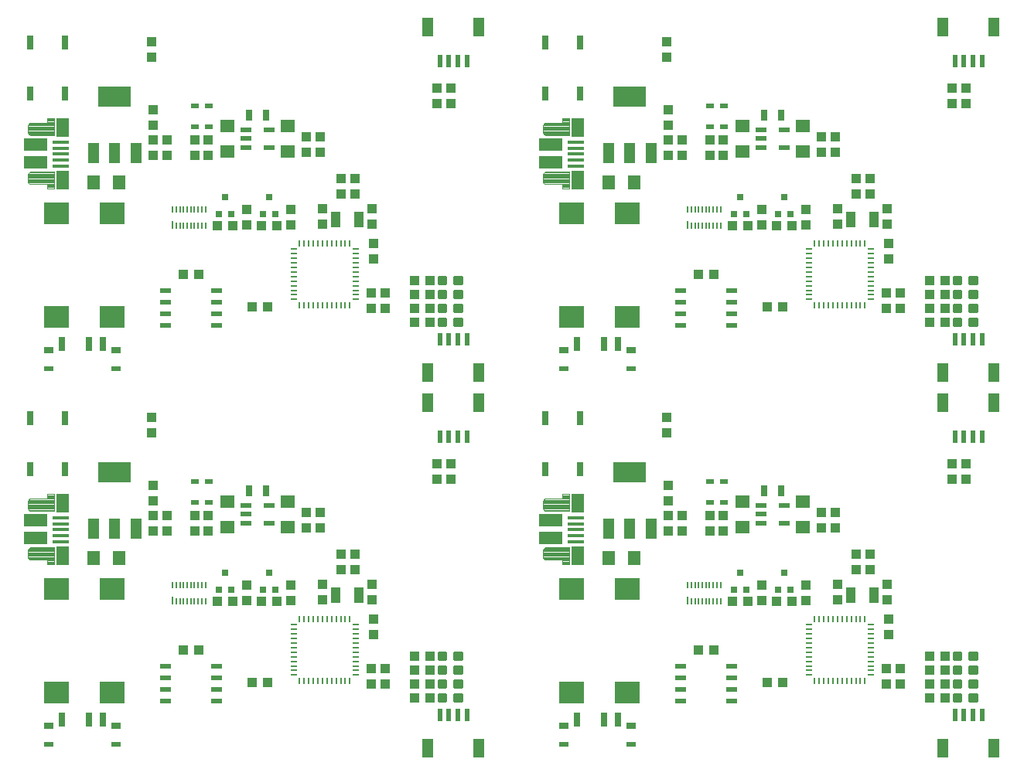
<source format=gtp>
G75*
%MOIN*%
%OFA0B0*%
%FSLAX25Y25*%
%IPPOS*%
%LPD*%
%AMOC8*
5,1,8,0,0,1.08239X$1,22.5*
%
%ADD10R,0.05512X0.06299*%
%ADD11R,0.03937X0.04331*%
%ADD12R,0.06299X0.05512*%
%ADD13C,0.01181*%
%ADD14R,0.05748X0.07874*%
%ADD15R,0.09843X0.05610*%
%ADD16C,0.00400*%
%ADD17C,0.00197*%
%ADD18R,0.04331X0.03937*%
%ADD19R,0.02756X0.05906*%
%ADD20R,0.03937X0.02362*%
%ADD21R,0.03937X0.03150*%
%ADD22R,0.04724X0.02362*%
%ADD23R,0.03937X0.07087*%
%ADD24R,0.00984X0.02756*%
%ADD25R,0.02756X0.00984*%
%ADD26R,0.04800X0.08800*%
%ADD27R,0.14173X0.08661*%
%ADD28R,0.03150X0.04724*%
%ADD29R,0.00787X0.03150*%
%ADD30R,0.00787X0.03543*%
%ADD31R,0.04724X0.07874*%
%ADD32R,0.02362X0.05315*%
%ADD33R,0.04724X0.02165*%
%ADD34R,0.11024X0.09449*%
%ADD35R,0.02756X0.02756*%
%ADD36R,0.03268X0.02480*%
%ADD37R,0.03000X0.06000*%
D10*
X0073738Y0142080D03*
X0084762Y0142080D03*
X0295738Y0142080D03*
X0306762Y0142080D03*
X0306762Y0304080D03*
X0295738Y0304080D03*
X0084762Y0304080D03*
X0073738Y0304080D03*
D11*
X0099250Y0315734D03*
X0105250Y0315734D03*
X0105250Y0322426D03*
X0099250Y0322426D03*
X0099250Y0328734D03*
X0099250Y0335426D03*
X0117250Y0322426D03*
X0123050Y0322426D03*
X0123050Y0315734D03*
X0117250Y0315734D03*
X0139750Y0292426D03*
X0139750Y0285734D03*
X0158750Y0285734D03*
X0158750Y0292426D03*
X0172250Y0292926D03*
X0180250Y0299234D03*
X0186250Y0299234D03*
X0186250Y0305926D03*
X0180250Y0305926D03*
X0171250Y0317234D03*
X0165250Y0317234D03*
X0165250Y0323926D03*
X0171250Y0323926D03*
X0193750Y0292926D03*
X0193750Y0286234D03*
X0194250Y0277926D03*
X0194250Y0271234D03*
X0193250Y0256426D03*
X0199250Y0256426D03*
X0199250Y0249734D03*
X0193250Y0249734D03*
X0172250Y0286234D03*
X0221750Y0338234D03*
X0227750Y0338234D03*
X0227750Y0344926D03*
X0221750Y0344926D03*
X0320750Y0358234D03*
X0320750Y0364926D03*
X0321250Y0335426D03*
X0321250Y0328734D03*
X0321250Y0322426D03*
X0327250Y0322426D03*
X0327250Y0315734D03*
X0321250Y0315734D03*
X0339250Y0315734D03*
X0345050Y0315734D03*
X0345050Y0322426D03*
X0339250Y0322426D03*
X0361750Y0292426D03*
X0361750Y0285734D03*
X0380750Y0285734D03*
X0380750Y0292426D03*
X0394250Y0292926D03*
X0402250Y0299234D03*
X0408250Y0299234D03*
X0408250Y0305926D03*
X0402250Y0305926D03*
X0393250Y0317234D03*
X0387250Y0317234D03*
X0387250Y0323926D03*
X0393250Y0323926D03*
X0415750Y0292926D03*
X0415750Y0286234D03*
X0416250Y0277926D03*
X0416250Y0271234D03*
X0415250Y0256426D03*
X0421250Y0256426D03*
X0421250Y0249734D03*
X0415250Y0249734D03*
X0394250Y0286234D03*
X0443750Y0338234D03*
X0449750Y0338234D03*
X0449750Y0344926D03*
X0443750Y0344926D03*
X0320750Y0202926D03*
X0320750Y0196234D03*
X0321250Y0173426D03*
X0321250Y0166734D03*
X0321250Y0160426D03*
X0327250Y0160426D03*
X0327250Y0153734D03*
X0321250Y0153734D03*
X0339250Y0153734D03*
X0345050Y0153734D03*
X0345050Y0160426D03*
X0339250Y0160426D03*
X0361750Y0130426D03*
X0361750Y0123734D03*
X0380750Y0123734D03*
X0380750Y0130426D03*
X0394250Y0130926D03*
X0402250Y0137234D03*
X0408250Y0137234D03*
X0408250Y0143926D03*
X0402250Y0143926D03*
X0393250Y0155234D03*
X0387250Y0155234D03*
X0387250Y0161926D03*
X0393250Y0161926D03*
X0415750Y0130926D03*
X0415750Y0124234D03*
X0416250Y0115926D03*
X0416250Y0109234D03*
X0415250Y0094426D03*
X0421250Y0094426D03*
X0421250Y0087734D03*
X0415250Y0087734D03*
X0394250Y0124234D03*
X0443750Y0176234D03*
X0449750Y0176234D03*
X0449750Y0182926D03*
X0443750Y0182926D03*
X0227750Y0182926D03*
X0221750Y0182926D03*
X0221750Y0176234D03*
X0227750Y0176234D03*
X0186250Y0143926D03*
X0180250Y0143926D03*
X0180250Y0137234D03*
X0186250Y0137234D03*
X0193750Y0130926D03*
X0193750Y0124234D03*
X0194250Y0115926D03*
X0194250Y0109234D03*
X0193250Y0094426D03*
X0199250Y0094426D03*
X0199250Y0087734D03*
X0193250Y0087734D03*
X0172250Y0124234D03*
X0172250Y0130926D03*
X0158750Y0130426D03*
X0158750Y0123734D03*
X0139750Y0123734D03*
X0139750Y0130426D03*
X0123050Y0153734D03*
X0117250Y0153734D03*
X0117250Y0160426D03*
X0123050Y0160426D03*
X0105250Y0160426D03*
X0099250Y0160426D03*
X0099250Y0166734D03*
X0099250Y0173426D03*
X0099250Y0153734D03*
X0105250Y0153734D03*
X0165250Y0155234D03*
X0171250Y0155234D03*
X0171250Y0161926D03*
X0165250Y0161926D03*
X0098750Y0196234D03*
X0098750Y0202926D03*
X0098750Y0358234D03*
X0098750Y0364926D03*
D12*
X0131250Y0328592D03*
X0131250Y0317568D03*
X0157250Y0317568D03*
X0157250Y0328592D03*
X0353250Y0328592D03*
X0353250Y0317568D03*
X0379250Y0317568D03*
X0379250Y0328592D03*
X0379250Y0166592D03*
X0379250Y0155568D03*
X0353250Y0155568D03*
X0353250Y0166592D03*
X0157250Y0166592D03*
X0157250Y0155568D03*
X0131250Y0155568D03*
X0131250Y0166592D03*
D13*
X0222519Y0101208D02*
X0222519Y0098452D01*
X0222519Y0101208D02*
X0225275Y0101208D01*
X0225275Y0098452D01*
X0222519Y0098452D01*
X0222519Y0099574D02*
X0225275Y0099574D01*
X0225275Y0100696D02*
X0222519Y0100696D01*
X0222519Y0095258D02*
X0222519Y0092502D01*
X0222519Y0095258D02*
X0225275Y0095258D01*
X0225275Y0092502D01*
X0222519Y0092502D01*
X0222519Y0093624D02*
X0225275Y0093624D01*
X0225275Y0094746D02*
X0222519Y0094746D01*
X0229425Y0095258D02*
X0229425Y0092502D01*
X0229425Y0095258D02*
X0232181Y0095258D01*
X0232181Y0092502D01*
X0229425Y0092502D01*
X0229425Y0093624D02*
X0232181Y0093624D01*
X0232181Y0094746D02*
X0229425Y0094746D01*
X0229425Y0098452D02*
X0229425Y0101208D01*
X0232181Y0101208D01*
X0232181Y0098452D01*
X0229425Y0098452D01*
X0229425Y0099574D02*
X0232181Y0099574D01*
X0232181Y0100696D02*
X0229425Y0100696D01*
X0232181Y0089208D02*
X0232181Y0086452D01*
X0229425Y0086452D01*
X0229425Y0089208D01*
X0232181Y0089208D01*
X0232181Y0087574D02*
X0229425Y0087574D01*
X0229425Y0088696D02*
X0232181Y0088696D01*
X0232181Y0083208D02*
X0232181Y0080452D01*
X0229425Y0080452D01*
X0229425Y0083208D01*
X0232181Y0083208D01*
X0232181Y0081574D02*
X0229425Y0081574D01*
X0229425Y0082696D02*
X0232181Y0082696D01*
X0225275Y0083208D02*
X0225275Y0080452D01*
X0222519Y0080452D01*
X0222519Y0083208D01*
X0225275Y0083208D01*
X0225275Y0081574D02*
X0222519Y0081574D01*
X0222519Y0082696D02*
X0225275Y0082696D01*
X0225275Y0086452D02*
X0225275Y0089208D01*
X0225275Y0086452D02*
X0222519Y0086452D01*
X0222519Y0089208D01*
X0225275Y0089208D01*
X0225275Y0087574D02*
X0222519Y0087574D01*
X0222519Y0088696D02*
X0225275Y0088696D01*
X0447275Y0089208D02*
X0447275Y0086452D01*
X0444519Y0086452D01*
X0444519Y0089208D01*
X0447275Y0089208D01*
X0447275Y0087574D02*
X0444519Y0087574D01*
X0444519Y0088696D02*
X0447275Y0088696D01*
X0454181Y0089208D02*
X0454181Y0086452D01*
X0451425Y0086452D01*
X0451425Y0089208D01*
X0454181Y0089208D01*
X0454181Y0087574D02*
X0451425Y0087574D01*
X0451425Y0088696D02*
X0454181Y0088696D01*
X0454181Y0083208D02*
X0454181Y0080452D01*
X0451425Y0080452D01*
X0451425Y0083208D01*
X0454181Y0083208D01*
X0454181Y0081574D02*
X0451425Y0081574D01*
X0451425Y0082696D02*
X0454181Y0082696D01*
X0447275Y0083208D02*
X0447275Y0080452D01*
X0444519Y0080452D01*
X0444519Y0083208D01*
X0447275Y0083208D01*
X0447275Y0081574D02*
X0444519Y0081574D01*
X0444519Y0082696D02*
X0447275Y0082696D01*
X0444519Y0092502D02*
X0444519Y0095258D01*
X0447275Y0095258D01*
X0447275Y0092502D01*
X0444519Y0092502D01*
X0444519Y0093624D02*
X0447275Y0093624D01*
X0447275Y0094746D02*
X0444519Y0094746D01*
X0444519Y0098452D02*
X0444519Y0101208D01*
X0447275Y0101208D01*
X0447275Y0098452D01*
X0444519Y0098452D01*
X0444519Y0099574D02*
X0447275Y0099574D01*
X0447275Y0100696D02*
X0444519Y0100696D01*
X0451425Y0101208D02*
X0451425Y0098452D01*
X0451425Y0101208D02*
X0454181Y0101208D01*
X0454181Y0098452D01*
X0451425Y0098452D01*
X0451425Y0099574D02*
X0454181Y0099574D01*
X0454181Y0100696D02*
X0451425Y0100696D01*
X0451425Y0095258D02*
X0451425Y0092502D01*
X0451425Y0095258D02*
X0454181Y0095258D01*
X0454181Y0092502D01*
X0451425Y0092502D01*
X0451425Y0093624D02*
X0454181Y0093624D01*
X0454181Y0094746D02*
X0451425Y0094746D01*
X0454181Y0242452D02*
X0454181Y0245208D01*
X0454181Y0242452D02*
X0451425Y0242452D01*
X0451425Y0245208D01*
X0454181Y0245208D01*
X0454181Y0243574D02*
X0451425Y0243574D01*
X0451425Y0244696D02*
X0454181Y0244696D01*
X0454181Y0248452D02*
X0454181Y0251208D01*
X0454181Y0248452D02*
X0451425Y0248452D01*
X0451425Y0251208D01*
X0454181Y0251208D01*
X0454181Y0249574D02*
X0451425Y0249574D01*
X0451425Y0250696D02*
X0454181Y0250696D01*
X0447275Y0251208D02*
X0447275Y0248452D01*
X0444519Y0248452D01*
X0444519Y0251208D01*
X0447275Y0251208D01*
X0447275Y0249574D02*
X0444519Y0249574D01*
X0444519Y0250696D02*
X0447275Y0250696D01*
X0447275Y0245208D02*
X0447275Y0242452D01*
X0444519Y0242452D01*
X0444519Y0245208D01*
X0447275Y0245208D01*
X0447275Y0243574D02*
X0444519Y0243574D01*
X0444519Y0244696D02*
X0447275Y0244696D01*
X0444519Y0254502D02*
X0444519Y0257258D01*
X0447275Y0257258D01*
X0447275Y0254502D01*
X0444519Y0254502D01*
X0444519Y0255624D02*
X0447275Y0255624D01*
X0447275Y0256746D02*
X0444519Y0256746D01*
X0444519Y0260452D02*
X0444519Y0263208D01*
X0447275Y0263208D01*
X0447275Y0260452D01*
X0444519Y0260452D01*
X0444519Y0261574D02*
X0447275Y0261574D01*
X0447275Y0262696D02*
X0444519Y0262696D01*
X0451425Y0263208D02*
X0451425Y0260452D01*
X0451425Y0263208D02*
X0454181Y0263208D01*
X0454181Y0260452D01*
X0451425Y0260452D01*
X0451425Y0261574D02*
X0454181Y0261574D01*
X0454181Y0262696D02*
X0451425Y0262696D01*
X0451425Y0257258D02*
X0451425Y0254502D01*
X0451425Y0257258D02*
X0454181Y0257258D01*
X0454181Y0254502D01*
X0451425Y0254502D01*
X0451425Y0255624D02*
X0454181Y0255624D01*
X0454181Y0256746D02*
X0451425Y0256746D01*
X0229425Y0257258D02*
X0229425Y0254502D01*
X0229425Y0257258D02*
X0232181Y0257258D01*
X0232181Y0254502D01*
X0229425Y0254502D01*
X0229425Y0255624D02*
X0232181Y0255624D01*
X0232181Y0256746D02*
X0229425Y0256746D01*
X0229425Y0260452D02*
X0229425Y0263208D01*
X0232181Y0263208D01*
X0232181Y0260452D01*
X0229425Y0260452D01*
X0229425Y0261574D02*
X0232181Y0261574D01*
X0232181Y0262696D02*
X0229425Y0262696D01*
X0222519Y0263208D02*
X0222519Y0260452D01*
X0222519Y0263208D02*
X0225275Y0263208D01*
X0225275Y0260452D01*
X0222519Y0260452D01*
X0222519Y0261574D02*
X0225275Y0261574D01*
X0225275Y0262696D02*
X0222519Y0262696D01*
X0222519Y0257258D02*
X0222519Y0254502D01*
X0222519Y0257258D02*
X0225275Y0257258D01*
X0225275Y0254502D01*
X0222519Y0254502D01*
X0222519Y0255624D02*
X0225275Y0255624D01*
X0225275Y0256746D02*
X0222519Y0256746D01*
X0225275Y0251208D02*
X0225275Y0248452D01*
X0222519Y0248452D01*
X0222519Y0251208D01*
X0225275Y0251208D01*
X0225275Y0249574D02*
X0222519Y0249574D01*
X0222519Y0250696D02*
X0225275Y0250696D01*
X0232181Y0251208D02*
X0232181Y0248452D01*
X0229425Y0248452D01*
X0229425Y0251208D01*
X0232181Y0251208D01*
X0232181Y0249574D02*
X0229425Y0249574D01*
X0229425Y0250696D02*
X0232181Y0250696D01*
X0232181Y0245208D02*
X0232181Y0242452D01*
X0229425Y0242452D01*
X0229425Y0245208D01*
X0232181Y0245208D01*
X0232181Y0243574D02*
X0229425Y0243574D01*
X0229425Y0244696D02*
X0232181Y0244696D01*
X0225275Y0245208D02*
X0225275Y0242452D01*
X0222519Y0242452D01*
X0222519Y0245208D01*
X0225275Y0245208D01*
X0225275Y0243574D02*
X0222519Y0243574D01*
X0222519Y0244696D02*
X0225275Y0244696D01*
D14*
X0282333Y0305163D03*
X0282333Y0327997D03*
X0060333Y0327997D03*
X0060333Y0305163D03*
X0060333Y0165997D03*
X0060333Y0143163D03*
X0282333Y0143163D03*
X0282333Y0165997D03*
D15*
X0270719Y0158369D03*
X0270719Y0150791D03*
X0048719Y0150791D03*
X0048719Y0158369D03*
X0048719Y0312791D03*
X0048719Y0320369D03*
X0270719Y0320369D03*
X0270719Y0312791D03*
D16*
X0268690Y0308774D02*
X0268401Y0308741D01*
X0268126Y0308645D01*
X0267880Y0308490D01*
X0267674Y0308284D01*
X0267519Y0308038D01*
X0267423Y0307763D01*
X0267390Y0307474D01*
X0267390Y0304574D01*
X0267420Y0304307D01*
X0267509Y0304053D01*
X0267652Y0303826D01*
X0267842Y0303635D01*
X0268070Y0303493D01*
X0268323Y0303404D01*
X0268590Y0303374D01*
X0275490Y0303374D01*
X0275528Y0303366D01*
X0275561Y0303344D01*
X0275583Y0303312D01*
X0275590Y0303274D01*
X0275590Y0301374D01*
X0278690Y0301374D01*
X0278690Y0308774D01*
X0268690Y0308774D01*
X0267821Y0308432D02*
X0278690Y0308432D01*
X0278690Y0308033D02*
X0267517Y0308033D01*
X0267408Y0307635D02*
X0278690Y0307635D01*
X0278690Y0307236D02*
X0267390Y0307236D01*
X0267390Y0306838D02*
X0278690Y0306838D01*
X0278690Y0306439D02*
X0267390Y0306439D01*
X0267390Y0306041D02*
X0278690Y0306041D01*
X0278690Y0305642D02*
X0267390Y0305642D01*
X0267390Y0305244D02*
X0278690Y0305244D01*
X0278690Y0304845D02*
X0267390Y0304845D01*
X0267404Y0304447D02*
X0278690Y0304447D01*
X0278690Y0304048D02*
X0267512Y0304048D01*
X0267828Y0303650D02*
X0278690Y0303650D01*
X0278690Y0303251D02*
X0275590Y0303251D01*
X0275590Y0302853D02*
X0278690Y0302853D01*
X0278690Y0302454D02*
X0275590Y0302454D01*
X0275590Y0302056D02*
X0278690Y0302056D01*
X0278690Y0301657D02*
X0275590Y0301657D01*
X0278690Y0324437D02*
X0268690Y0324437D01*
X0268401Y0324469D01*
X0268126Y0324566D01*
X0267880Y0324720D01*
X0267674Y0324926D01*
X0267519Y0325173D01*
X0267423Y0325448D01*
X0267390Y0325737D01*
X0267390Y0328637D01*
X0267420Y0328904D01*
X0267509Y0329157D01*
X0267652Y0329385D01*
X0267842Y0329575D01*
X0268070Y0329718D01*
X0268323Y0329807D01*
X0268590Y0329837D01*
X0275490Y0329837D01*
X0275528Y0329844D01*
X0275561Y0329866D01*
X0275583Y0329899D01*
X0275590Y0329937D01*
X0275590Y0331837D01*
X0278690Y0331837D01*
X0278690Y0324437D01*
X0278690Y0324771D02*
X0267829Y0324771D01*
X0267521Y0325169D02*
X0278690Y0325169D01*
X0278690Y0325568D02*
X0267409Y0325568D01*
X0267390Y0325966D02*
X0278690Y0325966D01*
X0278690Y0326365D02*
X0267390Y0326365D01*
X0267390Y0326763D02*
X0278690Y0326763D01*
X0278690Y0327162D02*
X0267390Y0327162D01*
X0267390Y0327560D02*
X0278690Y0327560D01*
X0278690Y0327959D02*
X0267390Y0327959D01*
X0267390Y0328357D02*
X0278690Y0328357D01*
X0278690Y0328756D02*
X0267404Y0328756D01*
X0267508Y0329154D02*
X0278690Y0329154D01*
X0278690Y0329553D02*
X0267820Y0329553D01*
X0275590Y0329951D02*
X0278690Y0329951D01*
X0278690Y0330350D02*
X0275590Y0330350D01*
X0275590Y0330748D02*
X0278690Y0330748D01*
X0278690Y0331147D02*
X0275590Y0331147D01*
X0275590Y0331545D02*
X0278690Y0331545D01*
X0056690Y0331545D02*
X0053590Y0331545D01*
X0053590Y0331837D02*
X0056690Y0331837D01*
X0056690Y0324437D01*
X0046690Y0324437D01*
X0046401Y0324469D01*
X0046126Y0324566D01*
X0045880Y0324720D01*
X0045674Y0324926D01*
X0045519Y0325173D01*
X0045423Y0325448D01*
X0045390Y0325737D01*
X0045390Y0328637D01*
X0045420Y0328904D01*
X0045509Y0329157D01*
X0045652Y0329385D01*
X0045842Y0329575D01*
X0046070Y0329718D01*
X0046323Y0329807D01*
X0046590Y0329837D01*
X0053490Y0329837D01*
X0053528Y0329844D01*
X0053561Y0329866D01*
X0053583Y0329899D01*
X0053590Y0329937D01*
X0053590Y0331837D01*
X0053590Y0331147D02*
X0056690Y0331147D01*
X0056690Y0330748D02*
X0053590Y0330748D01*
X0053590Y0330350D02*
X0056690Y0330350D01*
X0056690Y0329951D02*
X0053590Y0329951D01*
X0056690Y0329553D02*
X0045820Y0329553D01*
X0045508Y0329154D02*
X0056690Y0329154D01*
X0056690Y0328756D02*
X0045404Y0328756D01*
X0045390Y0328357D02*
X0056690Y0328357D01*
X0056690Y0327959D02*
X0045390Y0327959D01*
X0045390Y0327560D02*
X0056690Y0327560D01*
X0056690Y0327162D02*
X0045390Y0327162D01*
X0045390Y0326763D02*
X0056690Y0326763D01*
X0056690Y0326365D02*
X0045390Y0326365D01*
X0045390Y0325966D02*
X0056690Y0325966D01*
X0056690Y0325568D02*
X0045409Y0325568D01*
X0045521Y0325169D02*
X0056690Y0325169D01*
X0056690Y0324771D02*
X0045829Y0324771D01*
X0046690Y0308774D02*
X0046401Y0308741D01*
X0046126Y0308645D01*
X0045880Y0308490D01*
X0045674Y0308284D01*
X0045519Y0308038D01*
X0045423Y0307763D01*
X0045390Y0307474D01*
X0045390Y0304574D01*
X0045420Y0304307D01*
X0045509Y0304053D01*
X0045652Y0303826D01*
X0045842Y0303635D01*
X0046070Y0303493D01*
X0046323Y0303404D01*
X0046590Y0303374D01*
X0053490Y0303374D01*
X0053528Y0303366D01*
X0053561Y0303344D01*
X0053583Y0303312D01*
X0053590Y0303274D01*
X0053590Y0301374D01*
X0056690Y0301374D01*
X0056690Y0308774D01*
X0046690Y0308774D01*
X0045821Y0308432D02*
X0056690Y0308432D01*
X0056690Y0308033D02*
X0045517Y0308033D01*
X0045408Y0307635D02*
X0056690Y0307635D01*
X0056690Y0307236D02*
X0045390Y0307236D01*
X0045390Y0306838D02*
X0056690Y0306838D01*
X0056690Y0306439D02*
X0045390Y0306439D01*
X0045390Y0306041D02*
X0056690Y0306041D01*
X0056690Y0305642D02*
X0045390Y0305642D01*
X0045390Y0305244D02*
X0056690Y0305244D01*
X0056690Y0304845D02*
X0045390Y0304845D01*
X0045404Y0304447D02*
X0056690Y0304447D01*
X0056690Y0304048D02*
X0045512Y0304048D01*
X0045828Y0303650D02*
X0056690Y0303650D01*
X0056690Y0303251D02*
X0053590Y0303251D01*
X0053590Y0302853D02*
X0056690Y0302853D01*
X0056690Y0302454D02*
X0053590Y0302454D01*
X0053590Y0302056D02*
X0056690Y0302056D01*
X0056690Y0301657D02*
X0053590Y0301657D01*
X0053590Y0169837D02*
X0056690Y0169837D01*
X0056690Y0162437D01*
X0046690Y0162437D01*
X0046401Y0162469D01*
X0046126Y0162566D01*
X0045880Y0162720D01*
X0045674Y0162926D01*
X0045519Y0163173D01*
X0045423Y0163448D01*
X0045390Y0163737D01*
X0045390Y0166637D01*
X0045420Y0166904D01*
X0045509Y0167157D01*
X0045652Y0167385D01*
X0045842Y0167575D01*
X0046070Y0167718D01*
X0046323Y0167807D01*
X0046590Y0167837D01*
X0053490Y0167837D01*
X0053528Y0167844D01*
X0053561Y0167866D01*
X0053583Y0167899D01*
X0053590Y0167937D01*
X0053590Y0169837D01*
X0053590Y0169750D02*
X0056690Y0169750D01*
X0056690Y0169351D02*
X0053590Y0169351D01*
X0053590Y0168953D02*
X0056690Y0168953D01*
X0056690Y0168554D02*
X0053590Y0168554D01*
X0053590Y0168156D02*
X0056690Y0168156D01*
X0056690Y0167757D02*
X0046182Y0167757D01*
X0045635Y0167359D02*
X0056690Y0167359D01*
X0056690Y0166960D02*
X0045440Y0166960D01*
X0045390Y0166562D02*
X0056690Y0166562D01*
X0056690Y0166163D02*
X0045390Y0166163D01*
X0045390Y0165765D02*
X0056690Y0165765D01*
X0056690Y0165366D02*
X0045390Y0165366D01*
X0045390Y0164968D02*
X0056690Y0164968D01*
X0056690Y0164569D02*
X0045390Y0164569D01*
X0045390Y0164171D02*
X0056690Y0164171D01*
X0056690Y0163772D02*
X0045390Y0163772D01*
X0045449Y0163374D02*
X0056690Y0163374D01*
X0056690Y0162975D02*
X0045643Y0162975D01*
X0046109Y0162577D02*
X0056690Y0162577D01*
X0056690Y0146774D02*
X0046690Y0146774D01*
X0046401Y0146741D01*
X0046126Y0146645D01*
X0045880Y0146490D01*
X0045674Y0146284D01*
X0045519Y0146038D01*
X0045423Y0145763D01*
X0045390Y0145474D01*
X0045390Y0142574D01*
X0045420Y0142307D01*
X0045509Y0142053D01*
X0045652Y0141826D01*
X0045842Y0141635D01*
X0046070Y0141493D01*
X0046323Y0141404D01*
X0046590Y0141374D01*
X0053490Y0141374D01*
X0053528Y0141366D01*
X0053561Y0141344D01*
X0053583Y0141312D01*
X0053590Y0141274D01*
X0053590Y0139374D01*
X0056690Y0139374D01*
X0056690Y0146774D01*
X0056690Y0146636D02*
X0046112Y0146636D01*
X0045644Y0146238D02*
X0056690Y0146238D01*
X0056690Y0145839D02*
X0045449Y0145839D01*
X0045390Y0145441D02*
X0056690Y0145441D01*
X0056690Y0145042D02*
X0045390Y0145042D01*
X0045390Y0144644D02*
X0056690Y0144644D01*
X0056690Y0144245D02*
X0045390Y0144245D01*
X0045390Y0143847D02*
X0056690Y0143847D01*
X0056690Y0143448D02*
X0045390Y0143448D01*
X0045390Y0143050D02*
X0056690Y0143050D01*
X0056690Y0142651D02*
X0045390Y0142651D01*
X0045439Y0142252D02*
X0056690Y0142252D01*
X0056690Y0141854D02*
X0045634Y0141854D01*
X0046175Y0141455D02*
X0056690Y0141455D01*
X0056690Y0141057D02*
X0053590Y0141057D01*
X0053590Y0140658D02*
X0056690Y0140658D01*
X0056690Y0140260D02*
X0053590Y0140260D01*
X0053590Y0139861D02*
X0056690Y0139861D01*
X0056690Y0139463D02*
X0053590Y0139463D01*
X0267390Y0142574D02*
X0267420Y0142307D01*
X0267509Y0142053D01*
X0267652Y0141826D01*
X0267842Y0141635D01*
X0268070Y0141493D01*
X0268323Y0141404D01*
X0268590Y0141374D01*
X0275490Y0141374D01*
X0275528Y0141366D01*
X0275561Y0141344D01*
X0275583Y0141312D01*
X0275590Y0141274D01*
X0275590Y0139374D01*
X0278690Y0139374D01*
X0278690Y0146774D01*
X0268690Y0146774D01*
X0268401Y0146741D01*
X0268126Y0146645D01*
X0267880Y0146490D01*
X0267674Y0146284D01*
X0267519Y0146038D01*
X0267423Y0145763D01*
X0267390Y0145474D01*
X0267390Y0142574D01*
X0267390Y0142651D02*
X0278690Y0142651D01*
X0278690Y0143050D02*
X0267390Y0143050D01*
X0267390Y0143448D02*
X0278690Y0143448D01*
X0278690Y0143847D02*
X0267390Y0143847D01*
X0267390Y0144245D02*
X0278690Y0144245D01*
X0278690Y0144644D02*
X0267390Y0144644D01*
X0267390Y0145042D02*
X0278690Y0145042D01*
X0278690Y0145441D02*
X0267390Y0145441D01*
X0267449Y0145839D02*
X0278690Y0145839D01*
X0278690Y0146238D02*
X0267644Y0146238D01*
X0268112Y0146636D02*
X0278690Y0146636D01*
X0278690Y0142252D02*
X0267439Y0142252D01*
X0267634Y0141854D02*
X0278690Y0141854D01*
X0278690Y0141455D02*
X0268175Y0141455D01*
X0275590Y0141057D02*
X0278690Y0141057D01*
X0278690Y0140658D02*
X0275590Y0140658D01*
X0275590Y0140260D02*
X0278690Y0140260D01*
X0278690Y0139861D02*
X0275590Y0139861D01*
X0275590Y0139463D02*
X0278690Y0139463D01*
X0278690Y0162437D02*
X0268690Y0162437D01*
X0268401Y0162469D01*
X0268126Y0162566D01*
X0267880Y0162720D01*
X0267674Y0162926D01*
X0267519Y0163173D01*
X0267423Y0163448D01*
X0267390Y0163737D01*
X0267390Y0166637D01*
X0267420Y0166904D01*
X0267509Y0167157D01*
X0267652Y0167385D01*
X0267842Y0167575D01*
X0268070Y0167718D01*
X0268323Y0167807D01*
X0268590Y0167837D01*
X0275490Y0167837D01*
X0275528Y0167844D01*
X0275561Y0167866D01*
X0275583Y0167899D01*
X0275590Y0167937D01*
X0275590Y0169837D01*
X0278690Y0169837D01*
X0278690Y0162437D01*
X0278690Y0162577D02*
X0268109Y0162577D01*
X0267643Y0162975D02*
X0278690Y0162975D01*
X0278690Y0163374D02*
X0267449Y0163374D01*
X0267390Y0163772D02*
X0278690Y0163772D01*
X0278690Y0164171D02*
X0267390Y0164171D01*
X0267390Y0164569D02*
X0278690Y0164569D01*
X0278690Y0164968D02*
X0267390Y0164968D01*
X0267390Y0165366D02*
X0278690Y0165366D01*
X0278690Y0165765D02*
X0267390Y0165765D01*
X0267390Y0166163D02*
X0278690Y0166163D01*
X0278690Y0166562D02*
X0267390Y0166562D01*
X0267440Y0166960D02*
X0278690Y0166960D01*
X0278690Y0167359D02*
X0267635Y0167359D01*
X0268182Y0167757D02*
X0278690Y0167757D01*
X0278690Y0168156D02*
X0275590Y0168156D01*
X0275590Y0168554D02*
X0278690Y0168554D01*
X0278690Y0168953D02*
X0275590Y0168953D01*
X0275590Y0169351D02*
X0278690Y0169351D01*
X0278690Y0169750D02*
X0275590Y0169750D01*
D17*
X0278077Y0160190D02*
X0284475Y0160190D01*
X0284475Y0159206D01*
X0278077Y0159206D01*
X0278077Y0160190D01*
X0278077Y0160075D02*
X0284475Y0160075D01*
X0284475Y0159880D02*
X0278077Y0159880D01*
X0278077Y0159685D02*
X0284475Y0159685D01*
X0284475Y0159489D02*
X0278077Y0159489D01*
X0278077Y0159294D02*
X0284475Y0159294D01*
X0284475Y0157631D02*
X0278077Y0157631D01*
X0278077Y0156647D01*
X0284475Y0156647D01*
X0284475Y0157631D01*
X0284475Y0157536D02*
X0278077Y0157536D01*
X0278077Y0157340D02*
X0284475Y0157340D01*
X0284475Y0157145D02*
X0278077Y0157145D01*
X0278077Y0156950D02*
X0284475Y0156950D01*
X0284475Y0156754D02*
X0278077Y0156754D01*
X0278077Y0155072D02*
X0284475Y0155072D01*
X0284475Y0154088D01*
X0278077Y0154088D01*
X0278077Y0155072D01*
X0278077Y0154996D02*
X0284475Y0154996D01*
X0284475Y0154801D02*
X0278077Y0154801D01*
X0278077Y0154605D02*
X0284475Y0154605D01*
X0284475Y0154410D02*
X0278077Y0154410D01*
X0278077Y0154214D02*
X0284475Y0154214D01*
X0284475Y0152513D02*
X0278077Y0152513D01*
X0278077Y0151529D01*
X0284475Y0151529D01*
X0284475Y0152513D01*
X0284475Y0152456D02*
X0278077Y0152456D01*
X0278077Y0152261D02*
X0284475Y0152261D01*
X0284475Y0152065D02*
X0278077Y0152065D01*
X0278077Y0151870D02*
X0284475Y0151870D01*
X0284475Y0151675D02*
X0278077Y0151675D01*
X0278077Y0149954D02*
X0284475Y0149954D01*
X0284475Y0148970D01*
X0278077Y0148970D01*
X0278077Y0149954D01*
X0278077Y0149917D02*
X0284475Y0149917D01*
X0284475Y0149721D02*
X0278077Y0149721D01*
X0278077Y0149526D02*
X0284475Y0149526D01*
X0284475Y0149330D02*
X0278077Y0149330D01*
X0278077Y0149135D02*
X0284475Y0149135D01*
X0062475Y0149135D02*
X0056077Y0149135D01*
X0056077Y0148970D02*
X0056077Y0149954D01*
X0062475Y0149954D01*
X0062475Y0148970D01*
X0056077Y0148970D01*
X0056077Y0149330D02*
X0062475Y0149330D01*
X0062475Y0149526D02*
X0056077Y0149526D01*
X0056077Y0149721D02*
X0062475Y0149721D01*
X0062475Y0149917D02*
X0056077Y0149917D01*
X0056077Y0151529D02*
X0056077Y0152513D01*
X0062475Y0152513D01*
X0062475Y0151529D01*
X0056077Y0151529D01*
X0056077Y0151675D02*
X0062475Y0151675D01*
X0062475Y0151870D02*
X0056077Y0151870D01*
X0056077Y0152065D02*
X0062475Y0152065D01*
X0062475Y0152261D02*
X0056077Y0152261D01*
X0056077Y0152456D02*
X0062475Y0152456D01*
X0062475Y0154088D02*
X0056077Y0154088D01*
X0056077Y0155072D01*
X0062475Y0155072D01*
X0062475Y0154088D01*
X0062475Y0154214D02*
X0056077Y0154214D01*
X0056077Y0154410D02*
X0062475Y0154410D01*
X0062475Y0154605D02*
X0056077Y0154605D01*
X0056077Y0154801D02*
X0062475Y0154801D01*
X0062475Y0154996D02*
X0056077Y0154996D01*
X0056077Y0156647D02*
X0056077Y0157631D01*
X0062475Y0157631D01*
X0062475Y0156647D01*
X0056077Y0156647D01*
X0056077Y0156754D02*
X0062475Y0156754D01*
X0062475Y0156950D02*
X0056077Y0156950D01*
X0056077Y0157145D02*
X0062475Y0157145D01*
X0062475Y0157340D02*
X0056077Y0157340D01*
X0056077Y0157536D02*
X0062475Y0157536D01*
X0062475Y0159206D02*
X0056077Y0159206D01*
X0056077Y0160190D01*
X0062475Y0160190D01*
X0062475Y0159206D01*
X0062475Y0159294D02*
X0056077Y0159294D01*
X0056077Y0159489D02*
X0062475Y0159489D01*
X0062475Y0159685D02*
X0056077Y0159685D01*
X0056077Y0159880D02*
X0062475Y0159880D01*
X0062475Y0160075D02*
X0056077Y0160075D01*
X0056077Y0310970D02*
X0056077Y0311954D01*
X0062475Y0311954D01*
X0062475Y0310970D01*
X0056077Y0310970D01*
X0056077Y0311090D02*
X0062475Y0311090D01*
X0062475Y0311285D02*
X0056077Y0311285D01*
X0056077Y0311481D02*
X0062475Y0311481D01*
X0062475Y0311676D02*
X0056077Y0311676D01*
X0056077Y0311871D02*
X0062475Y0311871D01*
X0062475Y0313529D02*
X0056077Y0313529D01*
X0056077Y0314513D01*
X0062475Y0314513D01*
X0062475Y0313529D01*
X0062475Y0313630D02*
X0056077Y0313630D01*
X0056077Y0313825D02*
X0062475Y0313825D01*
X0062475Y0314020D02*
X0056077Y0314020D01*
X0056077Y0314216D02*
X0062475Y0314216D01*
X0062475Y0314411D02*
X0056077Y0314411D01*
X0056077Y0316088D02*
X0056077Y0317072D01*
X0062475Y0317072D01*
X0062475Y0316088D01*
X0056077Y0316088D01*
X0056077Y0316169D02*
X0062475Y0316169D01*
X0062475Y0316365D02*
X0056077Y0316365D01*
X0056077Y0316560D02*
X0062475Y0316560D01*
X0062475Y0316755D02*
X0056077Y0316755D01*
X0056077Y0316951D02*
X0062475Y0316951D01*
X0062475Y0318647D02*
X0056077Y0318647D01*
X0056077Y0319631D01*
X0062475Y0319631D01*
X0062475Y0318647D01*
X0062475Y0318709D02*
X0056077Y0318709D01*
X0056077Y0318904D02*
X0062475Y0318904D01*
X0062475Y0319100D02*
X0056077Y0319100D01*
X0056077Y0319295D02*
X0062475Y0319295D01*
X0062475Y0319490D02*
X0056077Y0319490D01*
X0056077Y0321206D02*
X0056077Y0322190D01*
X0062475Y0322190D01*
X0062475Y0321206D01*
X0056077Y0321206D01*
X0056077Y0321249D02*
X0062475Y0321249D01*
X0062475Y0321444D02*
X0056077Y0321444D01*
X0056077Y0321639D02*
X0062475Y0321639D01*
X0062475Y0321835D02*
X0056077Y0321835D01*
X0056077Y0322030D02*
X0062475Y0322030D01*
X0278077Y0322030D02*
X0284475Y0322030D01*
X0284475Y0322190D02*
X0278077Y0322190D01*
X0278077Y0321206D01*
X0284475Y0321206D01*
X0284475Y0322190D01*
X0284475Y0321835D02*
X0278077Y0321835D01*
X0278077Y0321639D02*
X0284475Y0321639D01*
X0284475Y0321444D02*
X0278077Y0321444D01*
X0278077Y0321249D02*
X0284475Y0321249D01*
X0284475Y0319631D02*
X0278077Y0319631D01*
X0278077Y0318647D01*
X0284475Y0318647D01*
X0284475Y0319631D01*
X0284475Y0319490D02*
X0278077Y0319490D01*
X0278077Y0319295D02*
X0284475Y0319295D01*
X0284475Y0319100D02*
X0278077Y0319100D01*
X0278077Y0318904D02*
X0284475Y0318904D01*
X0284475Y0318709D02*
X0278077Y0318709D01*
X0278077Y0317072D02*
X0284475Y0317072D01*
X0284475Y0316088D01*
X0278077Y0316088D01*
X0278077Y0317072D01*
X0278077Y0316951D02*
X0284475Y0316951D01*
X0284475Y0316755D02*
X0278077Y0316755D01*
X0278077Y0316560D02*
X0284475Y0316560D01*
X0284475Y0316365D02*
X0278077Y0316365D01*
X0278077Y0316169D02*
X0284475Y0316169D01*
X0284475Y0314513D02*
X0278077Y0314513D01*
X0278077Y0313529D01*
X0284475Y0313529D01*
X0284475Y0314513D01*
X0284475Y0314411D02*
X0278077Y0314411D01*
X0278077Y0314216D02*
X0284475Y0314216D01*
X0284475Y0314020D02*
X0278077Y0314020D01*
X0278077Y0313825D02*
X0284475Y0313825D01*
X0284475Y0313630D02*
X0278077Y0313630D01*
X0278077Y0311954D02*
X0284475Y0311954D01*
X0284475Y0310970D01*
X0278077Y0310970D01*
X0278077Y0311954D01*
X0278077Y0311871D02*
X0284475Y0311871D01*
X0284475Y0311676D02*
X0278077Y0311676D01*
X0278077Y0311481D02*
X0284475Y0311481D01*
X0284475Y0311285D02*
X0278077Y0311285D01*
X0278077Y0311090D02*
X0284475Y0311090D01*
D18*
X0334404Y0264480D03*
X0341096Y0264480D03*
X0363904Y0250580D03*
X0370596Y0250580D03*
X0367904Y0285580D03*
X0374596Y0285580D03*
X0355596Y0285580D03*
X0348904Y0285580D03*
X0434004Y0261830D03*
X0434004Y0255880D03*
X0440696Y0255880D03*
X0440696Y0261830D03*
X0440696Y0249830D03*
X0440696Y0243830D03*
X0434004Y0243830D03*
X0434004Y0249830D03*
X0374596Y0123580D03*
X0367904Y0123580D03*
X0355596Y0123580D03*
X0348904Y0123580D03*
X0341096Y0102480D03*
X0334404Y0102480D03*
X0363904Y0088580D03*
X0370596Y0088580D03*
X0434004Y0087830D03*
X0434004Y0081830D03*
X0440696Y0081830D03*
X0440696Y0087830D03*
X0440696Y0093880D03*
X0440696Y0099830D03*
X0434004Y0099830D03*
X0434004Y0093880D03*
X0218696Y0093880D03*
X0218696Y0099830D03*
X0212004Y0099830D03*
X0212004Y0093880D03*
X0212004Y0087830D03*
X0212004Y0081830D03*
X0218696Y0081830D03*
X0218696Y0087830D03*
X0152596Y0123580D03*
X0145904Y0123580D03*
X0133596Y0123580D03*
X0126904Y0123580D03*
X0119096Y0102480D03*
X0112404Y0102480D03*
X0141904Y0088580D03*
X0148596Y0088580D03*
X0212004Y0243830D03*
X0212004Y0249830D03*
X0218696Y0249830D03*
X0218696Y0243830D03*
X0218696Y0255880D03*
X0218696Y0261830D03*
X0212004Y0261830D03*
X0212004Y0255880D03*
X0152596Y0285580D03*
X0145904Y0285580D03*
X0133596Y0285580D03*
X0126904Y0285580D03*
X0119096Y0264480D03*
X0112404Y0264480D03*
X0141904Y0250580D03*
X0148596Y0250580D03*
D19*
X0077608Y0234570D03*
X0071703Y0234570D03*
X0059892Y0234570D03*
X0281892Y0234570D03*
X0293703Y0234570D03*
X0299608Y0234570D03*
X0299608Y0072570D03*
X0293703Y0072570D03*
X0281892Y0072570D03*
X0077608Y0072570D03*
X0071703Y0072570D03*
X0059892Y0072570D03*
D20*
X0054380Y0061743D03*
X0083120Y0061743D03*
X0276380Y0061743D03*
X0305120Y0061743D03*
X0305120Y0223743D03*
X0276380Y0223743D03*
X0083120Y0223743D03*
X0054380Y0223743D03*
D21*
X0054380Y0232011D03*
X0083120Y0232011D03*
X0276380Y0232011D03*
X0305120Y0232011D03*
X0305120Y0070011D03*
X0276380Y0070011D03*
X0083120Y0070011D03*
X0054380Y0070011D03*
D22*
X0104726Y0080480D03*
X0104726Y0085480D03*
X0104726Y0090480D03*
X0104726Y0095480D03*
X0126774Y0095480D03*
X0126774Y0090480D03*
X0126774Y0085480D03*
X0126774Y0080480D03*
X0326726Y0080480D03*
X0326726Y0085480D03*
X0326726Y0090480D03*
X0326726Y0095480D03*
X0348774Y0095480D03*
X0348774Y0090480D03*
X0348774Y0085480D03*
X0348774Y0080480D03*
X0348774Y0242480D03*
X0348774Y0247480D03*
X0348774Y0252480D03*
X0348774Y0257480D03*
X0326726Y0257480D03*
X0326726Y0252480D03*
X0326726Y0247480D03*
X0326726Y0242480D03*
X0126774Y0242480D03*
X0126774Y0247480D03*
X0126774Y0252480D03*
X0126774Y0257480D03*
X0104726Y0257480D03*
X0104726Y0252480D03*
X0104726Y0247480D03*
X0104726Y0242480D03*
D23*
X0178079Y0288080D03*
X0187921Y0288080D03*
X0400079Y0288080D03*
X0409921Y0288080D03*
X0409921Y0126080D03*
X0400079Y0126080D03*
X0187921Y0126080D03*
X0178079Y0126080D03*
D24*
X0178171Y0115966D03*
X0176203Y0115966D03*
X0174234Y0115966D03*
X0172266Y0115966D03*
X0170297Y0115966D03*
X0168329Y0115966D03*
X0166360Y0115966D03*
X0164392Y0115966D03*
X0162423Y0115966D03*
X0180140Y0115966D03*
X0182108Y0115966D03*
X0184077Y0115966D03*
X0184077Y0089194D03*
X0182108Y0089194D03*
X0180140Y0089194D03*
X0178171Y0089194D03*
X0176203Y0089194D03*
X0174234Y0089194D03*
X0172266Y0089194D03*
X0170297Y0089194D03*
X0168329Y0089194D03*
X0166360Y0089194D03*
X0164392Y0089194D03*
X0162423Y0089194D03*
X0384423Y0089194D03*
X0386392Y0089194D03*
X0388360Y0089194D03*
X0390329Y0089194D03*
X0392297Y0089194D03*
X0394266Y0089194D03*
X0396234Y0089194D03*
X0398203Y0089194D03*
X0400171Y0089194D03*
X0402140Y0089194D03*
X0404108Y0089194D03*
X0406077Y0089194D03*
X0406077Y0115966D03*
X0404108Y0115966D03*
X0402140Y0115966D03*
X0400171Y0115966D03*
X0398203Y0115966D03*
X0396234Y0115966D03*
X0394266Y0115966D03*
X0392297Y0115966D03*
X0390329Y0115966D03*
X0388360Y0115966D03*
X0386392Y0115966D03*
X0384423Y0115966D03*
X0384423Y0251194D03*
X0386392Y0251194D03*
X0388360Y0251194D03*
X0390329Y0251194D03*
X0392297Y0251194D03*
X0394266Y0251194D03*
X0396234Y0251194D03*
X0398203Y0251194D03*
X0400171Y0251194D03*
X0402140Y0251194D03*
X0404108Y0251194D03*
X0406077Y0251194D03*
X0406077Y0277966D03*
X0404108Y0277966D03*
X0402140Y0277966D03*
X0400171Y0277966D03*
X0398203Y0277966D03*
X0396234Y0277966D03*
X0394266Y0277966D03*
X0392297Y0277966D03*
X0390329Y0277966D03*
X0388360Y0277966D03*
X0386392Y0277966D03*
X0384423Y0277966D03*
X0184077Y0277966D03*
X0182108Y0277966D03*
X0180140Y0277966D03*
X0178171Y0277966D03*
X0176203Y0277966D03*
X0174234Y0277966D03*
X0172266Y0277966D03*
X0170297Y0277966D03*
X0168329Y0277966D03*
X0166360Y0277966D03*
X0164392Y0277966D03*
X0162423Y0277966D03*
X0162423Y0251194D03*
X0164392Y0251194D03*
X0166360Y0251194D03*
X0168329Y0251194D03*
X0170297Y0251194D03*
X0172266Y0251194D03*
X0174234Y0251194D03*
X0176203Y0251194D03*
X0178171Y0251194D03*
X0180140Y0251194D03*
X0182108Y0251194D03*
X0184077Y0251194D03*
D25*
X0186636Y0253753D03*
X0186636Y0255722D03*
X0186636Y0257690D03*
X0186636Y0259659D03*
X0186636Y0261627D03*
X0186636Y0263596D03*
X0186636Y0265564D03*
X0186636Y0267533D03*
X0186636Y0269501D03*
X0186636Y0271470D03*
X0186636Y0273438D03*
X0186636Y0275407D03*
X0159864Y0275407D03*
X0159864Y0273438D03*
X0159864Y0271470D03*
X0159864Y0269501D03*
X0159864Y0267533D03*
X0159864Y0265564D03*
X0159864Y0263596D03*
X0159864Y0261627D03*
X0159864Y0259659D03*
X0159864Y0257690D03*
X0159864Y0255722D03*
X0159864Y0253753D03*
X0159864Y0113407D03*
X0159864Y0111438D03*
X0159864Y0109470D03*
X0159864Y0107501D03*
X0159864Y0105533D03*
X0159864Y0103564D03*
X0159864Y0101596D03*
X0159864Y0099627D03*
X0159864Y0097659D03*
X0159864Y0095690D03*
X0159864Y0093722D03*
X0159864Y0091753D03*
X0186636Y0091753D03*
X0186636Y0093722D03*
X0186636Y0095690D03*
X0186636Y0097659D03*
X0186636Y0099627D03*
X0186636Y0101596D03*
X0186636Y0103564D03*
X0186636Y0105533D03*
X0186636Y0107501D03*
X0186636Y0109470D03*
X0186636Y0111438D03*
X0186636Y0113407D03*
X0381864Y0113407D03*
X0381864Y0111438D03*
X0381864Y0109470D03*
X0381864Y0107501D03*
X0381864Y0105533D03*
X0381864Y0103564D03*
X0381864Y0101596D03*
X0381864Y0099627D03*
X0381864Y0097659D03*
X0381864Y0095690D03*
X0381864Y0093722D03*
X0381864Y0091753D03*
X0408636Y0091753D03*
X0408636Y0093722D03*
X0408636Y0095690D03*
X0408636Y0097659D03*
X0408636Y0099627D03*
X0408636Y0101596D03*
X0408636Y0103564D03*
X0408636Y0105533D03*
X0408636Y0107501D03*
X0408636Y0109470D03*
X0408636Y0111438D03*
X0408636Y0113407D03*
X0408636Y0253753D03*
X0408636Y0255722D03*
X0408636Y0257690D03*
X0408636Y0259659D03*
X0408636Y0261627D03*
X0408636Y0263596D03*
X0408636Y0265564D03*
X0408636Y0267533D03*
X0408636Y0269501D03*
X0408636Y0271470D03*
X0408636Y0273438D03*
X0408636Y0275407D03*
X0381864Y0275407D03*
X0381864Y0273438D03*
X0381864Y0271470D03*
X0381864Y0269501D03*
X0381864Y0267533D03*
X0381864Y0265564D03*
X0381864Y0263596D03*
X0381864Y0261627D03*
X0381864Y0259659D03*
X0381864Y0257690D03*
X0381864Y0255722D03*
X0381864Y0253753D03*
D26*
X0313850Y0316880D03*
X0304750Y0316880D03*
X0295650Y0316880D03*
X0091850Y0316880D03*
X0082750Y0316880D03*
X0073650Y0316880D03*
X0073650Y0154880D03*
X0082750Y0154880D03*
X0091850Y0154880D03*
X0295650Y0154880D03*
X0304750Y0154880D03*
X0313850Y0154880D03*
D27*
X0304750Y0179281D03*
X0082750Y0179281D03*
X0082750Y0341281D03*
X0304750Y0341281D03*
D28*
X0362707Y0333080D03*
X0369793Y0333080D03*
X0147793Y0333080D03*
X0140707Y0333080D03*
X0140707Y0171080D03*
X0147793Y0171080D03*
X0362707Y0171080D03*
X0369793Y0171080D03*
D29*
X0343837Y0130623D03*
X0342262Y0130623D03*
X0340687Y0130623D03*
X0339112Y0130623D03*
X0337537Y0130623D03*
X0335963Y0130623D03*
X0334388Y0130623D03*
X0332813Y0130623D03*
X0331238Y0130623D03*
X0329663Y0130623D03*
X0331238Y0123537D03*
X0332813Y0123537D03*
X0334388Y0123537D03*
X0335963Y0123537D03*
X0337537Y0123537D03*
X0339112Y0123537D03*
X0340687Y0123537D03*
X0342262Y0123537D03*
X0343837Y0123537D03*
X0121837Y0123537D03*
X0120262Y0123537D03*
X0118687Y0123537D03*
X0117112Y0123537D03*
X0115537Y0123537D03*
X0113963Y0123537D03*
X0112388Y0123537D03*
X0110813Y0123537D03*
X0109238Y0123537D03*
X0109238Y0130623D03*
X0107663Y0130623D03*
X0110813Y0130623D03*
X0112388Y0130623D03*
X0113963Y0130623D03*
X0115537Y0130623D03*
X0117112Y0130623D03*
X0118687Y0130623D03*
X0120262Y0130623D03*
X0121837Y0130623D03*
X0121837Y0285537D03*
X0120262Y0285537D03*
X0118687Y0285537D03*
X0117112Y0285537D03*
X0115537Y0285537D03*
X0113963Y0285537D03*
X0112388Y0285537D03*
X0110813Y0285537D03*
X0109238Y0285537D03*
X0109238Y0292623D03*
X0107663Y0292623D03*
X0110813Y0292623D03*
X0112388Y0292623D03*
X0113963Y0292623D03*
X0115537Y0292623D03*
X0117112Y0292623D03*
X0118687Y0292623D03*
X0120262Y0292623D03*
X0121837Y0292623D03*
X0329663Y0292623D03*
X0331238Y0292623D03*
X0332813Y0292623D03*
X0334388Y0292623D03*
X0335963Y0292623D03*
X0337537Y0292623D03*
X0339112Y0292623D03*
X0340687Y0292623D03*
X0342262Y0292623D03*
X0343837Y0292623D03*
X0343837Y0285537D03*
X0342262Y0285537D03*
X0340687Y0285537D03*
X0339112Y0285537D03*
X0337537Y0285537D03*
X0335963Y0285537D03*
X0334388Y0285537D03*
X0332813Y0285537D03*
X0331238Y0285537D03*
D30*
X0329663Y0285734D03*
X0107663Y0285734D03*
X0107663Y0123734D03*
X0329663Y0123734D03*
D31*
X0239774Y0060111D03*
X0217726Y0060111D03*
X0217726Y0209048D03*
X0217726Y0222111D03*
X0239774Y0222111D03*
X0239774Y0209048D03*
X0439726Y0209048D03*
X0439726Y0222111D03*
X0461774Y0222111D03*
X0461774Y0209048D03*
X0461774Y0060111D03*
X0439726Y0060111D03*
X0439726Y0371048D03*
X0461774Y0371048D03*
X0239774Y0371048D03*
X0217726Y0371048D03*
D32*
X0222844Y0356580D03*
X0226781Y0356580D03*
X0230719Y0356580D03*
X0234656Y0356580D03*
X0234656Y0236580D03*
X0230719Y0236580D03*
X0226781Y0236580D03*
X0222844Y0236580D03*
X0222844Y0194580D03*
X0226781Y0194580D03*
X0230719Y0194580D03*
X0234656Y0194580D03*
X0234656Y0074580D03*
X0230719Y0074580D03*
X0226781Y0074580D03*
X0222844Y0074580D03*
X0444844Y0074580D03*
X0448781Y0074580D03*
X0452719Y0074580D03*
X0456656Y0074580D03*
X0456656Y0194580D03*
X0452719Y0194580D03*
X0448781Y0194580D03*
X0444844Y0194580D03*
X0444844Y0236580D03*
X0448781Y0236580D03*
X0452719Y0236580D03*
X0456656Y0236580D03*
X0456656Y0356580D03*
X0452719Y0356580D03*
X0448781Y0356580D03*
X0444844Y0356580D03*
D33*
X0371369Y0326820D03*
X0371369Y0319340D03*
X0361131Y0319340D03*
X0361131Y0323080D03*
X0361131Y0326820D03*
X0149369Y0326820D03*
X0149369Y0319340D03*
X0139131Y0319340D03*
X0139131Y0323080D03*
X0139131Y0326820D03*
X0139131Y0164820D03*
X0139131Y0161080D03*
X0139131Y0157340D03*
X0149369Y0157340D03*
X0149369Y0164820D03*
X0361131Y0164820D03*
X0361131Y0161080D03*
X0361131Y0157340D03*
X0371369Y0157340D03*
X0371369Y0164820D03*
D34*
X0303766Y0129021D03*
X0279750Y0129021D03*
X0279750Y0084139D03*
X0303766Y0084139D03*
X0081766Y0084139D03*
X0057750Y0084139D03*
X0057750Y0129021D03*
X0081766Y0129021D03*
X0081766Y0246139D03*
X0057750Y0246139D03*
X0057750Y0291021D03*
X0081766Y0291021D03*
X0279750Y0291021D03*
X0303766Y0291021D03*
X0303766Y0246139D03*
X0279750Y0246139D03*
D35*
X0349691Y0290438D03*
X0354809Y0290438D03*
X0352250Y0297722D03*
X0368691Y0290438D03*
X0373809Y0290438D03*
X0371250Y0297722D03*
X0151809Y0290438D03*
X0146691Y0290438D03*
X0149250Y0297722D03*
X0132809Y0290438D03*
X0127691Y0290438D03*
X0130250Y0297722D03*
X0130250Y0135722D03*
X0127691Y0128438D03*
X0132809Y0128438D03*
X0146691Y0128438D03*
X0151809Y0128438D03*
X0149250Y0135722D03*
X0349691Y0128438D03*
X0354809Y0128438D03*
X0352250Y0135722D03*
X0368691Y0128438D03*
X0373809Y0128438D03*
X0371250Y0135722D03*
D36*
X0345250Y0166052D03*
X0339250Y0166052D03*
X0339250Y0175108D03*
X0345250Y0175108D03*
X0345250Y0328052D03*
X0339250Y0328052D03*
X0339250Y0337108D03*
X0345250Y0337108D03*
X0123250Y0337108D03*
X0117250Y0337108D03*
X0117250Y0328052D03*
X0123250Y0328052D03*
X0123250Y0175108D03*
X0117250Y0175108D03*
X0117250Y0166052D03*
X0123250Y0166052D03*
D37*
X0061250Y0180580D03*
X0046250Y0180580D03*
X0046250Y0202580D03*
X0061250Y0202580D03*
X0061250Y0342580D03*
X0046250Y0342580D03*
X0046250Y0364580D03*
X0061250Y0364580D03*
X0268250Y0364580D03*
X0283250Y0364580D03*
X0283250Y0342580D03*
X0268250Y0342580D03*
X0268250Y0202580D03*
X0283250Y0202580D03*
X0283250Y0180580D03*
X0268250Y0180580D03*
M02*

</source>
